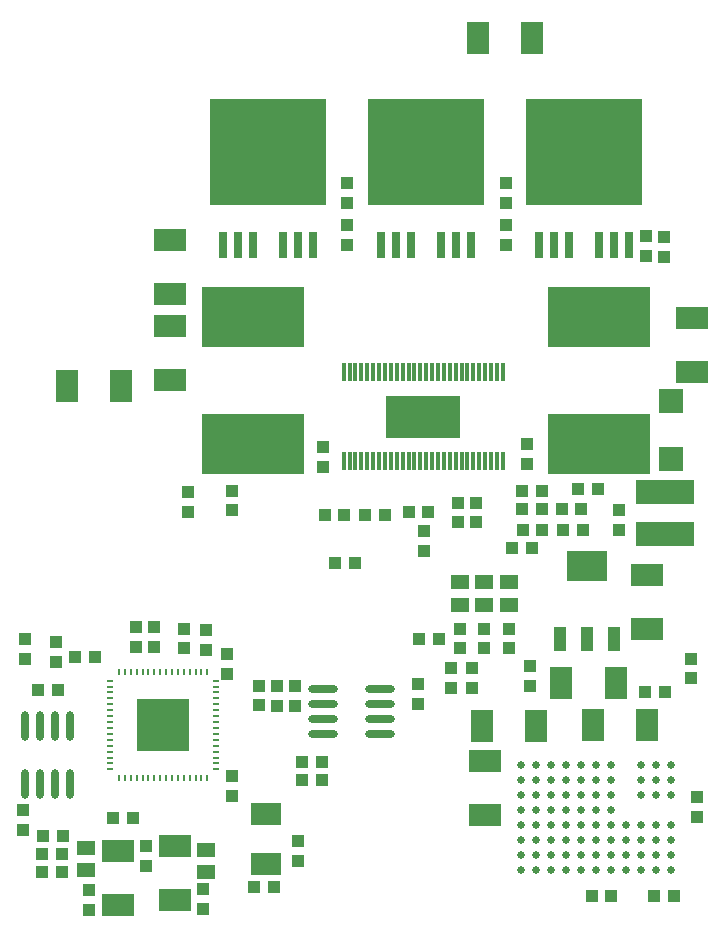
<source format=gbp>
%FSTAX23Y23*%
%MOIN*%
%SFA1B1*%

%IPPOS*%
%ADD10R,0.106300X0.074800*%
%ADD13R,0.074800X0.106300*%
%ADD15R,0.391540X0.354920*%
%ADD16R,0.029530X0.089960*%
%ADD17R,0.039370X0.043310*%
%ADD21R,0.043310X0.039370*%
%ADD24R,0.059050X0.051180*%
%ADD29R,0.039370X0.078740*%
%ADD30R,0.137800X0.098420*%
%ADD31R,0.102360X0.074800*%
%ADD58R,0.078740X0.078740*%
%ADD59R,0.011810X0.061020*%
%ADD61O,0.098420X0.027560*%
%ADD62R,0.196850X0.078740*%
%ADD63R,0.344490X0.204720*%
%ADD64C,0.024800*%
%ADD65O,0.027560X0.098420*%
%ADD66O,0.009840X0.025590*%
%ADD67O,0.025590X0.009840*%
%ADD68R,0.177160X0.177160*%
%ADD115R,0.250000X0.142130*%
%LNninja_ecu_pcb-1*%
%LPD*%
G54D10*
X01585Y00546D03*
Y00365D03*
X00535Y01995D03*
Y01813D03*
X02275Y0184D03*
Y02021D03*
X02125Y00985D03*
Y01166D03*
X0036Y00063D03*
Y00244D03*
X0055Y0008D03*
Y00261D03*
X00535Y021D03*
Y02281D03*
G54D13*
X01945Y00665D03*
X02126D03*
X01755Y0066D03*
X01573D03*
X0202Y00805D03*
X01839D03*
X0019Y01795D03*
X00371D03*
X0156Y02955D03*
X01741D03*
G54D15*
X01387Y02576D03*
X01915D03*
X0086D03*
G54D16*
X01237Y02265D03*
X01287D03*
X01337D03*
X01437D03*
X01487D03*
X01537D03*
X01765D03*
X01815D03*
X01865D03*
X01965D03*
X02015D03*
X02065D03*
X0071D03*
X0076D03*
X0081D03*
X0091D03*
X0096D03*
X0101D03*
G54D17*
X0203Y01313D03*
Y0138D03*
X0227Y00886D03*
Y0082D03*
X0074Y01446D03*
Y0138D03*
X0136Y00733D03*
Y008D03*
X0096Y00212D03*
Y00279D03*
X00265Y00048D03*
Y00115D03*
X00645Y00051D03*
Y00118D03*
X00725Y00901D03*
Y00835D03*
X0074Y00428D03*
Y00495D03*
X00655Y00981D03*
Y00915D03*
X00045Y00315D03*
Y00381D03*
X00155Y00941D03*
Y00875D03*
X0058Y00986D03*
Y0092D03*
X0229Y00358D03*
Y00425D03*
X01665Y00986D03*
Y0092D03*
X0158Y00986D03*
Y0092D03*
X015Y00986D03*
Y0092D03*
X01495Y01406D03*
Y0134D03*
X01735Y00793D03*
Y0086D03*
X0154Y00788D03*
Y00855D03*
X0147Y00788D03*
Y00855D03*
X01555Y01406D03*
Y0134D03*
X01725Y01533D03*
Y016D03*
X0095Y00728D03*
Y00795D03*
X0089Y00728D03*
Y00795D03*
X00455Y00193D03*
Y0026D03*
X0083Y00796D03*
Y0073D03*
X0048Y00925D03*
Y00991D03*
X0042D03*
Y00925D03*
X01125Y02331D03*
Y02265D03*
Y0247D03*
Y02403D03*
X01655Y02331D03*
Y02265D03*
Y02403D03*
Y0247D03*
X0218Y02291D03*
Y02225D03*
X0212Y02228D03*
Y02295D03*
X0138Y0131D03*
Y01243D03*
X00595Y01441D03*
Y01375D03*
X01045Y01523D03*
Y0159D03*
X0005Y0095D03*
Y00883D03*
G54D21*
X01431Y0095D03*
X01365D03*
X02118Y00775D03*
X02185D03*
X0184Y01385D03*
X01906D03*
X01708Y01445D03*
X01775D03*
X01396Y01375D03*
X0133D03*
X01741Y01255D03*
X01675D03*
X01151Y01205D03*
X01085D03*
X00881Y00124D03*
X00815D03*
X00343Y00355D03*
X0041D03*
X02006Y00095D03*
X0194D03*
X02148D03*
X02215D03*
X01183Y01365D03*
X0125D03*
X01775Y01385D03*
X01708D03*
X01911Y01315D03*
X01845D03*
X01776D03*
X0171D03*
X01041Y0048D03*
X00975D03*
X01041Y0054D03*
X00975D03*
X00175Y00175D03*
X00108D03*
Y00235D03*
X00175D03*
X00111Y00294D03*
X00178D03*
X00095Y0078D03*
X00161D03*
X00218Y0089D03*
X00285D03*
X01961Y0145D03*
X01895D03*
X01116Y01365D03*
X0105D03*
G54D24*
X00255Y00256D03*
Y00181D03*
X00655Y00249D03*
Y00175D03*
X01665Y0114D03*
Y01065D03*
X01582Y0114D03*
Y01065D03*
X015Y0114D03*
Y01065D03*
G54D29*
X01833Y0095D03*
X01924D03*
X02015D03*
G54D30*
X01924Y01194D03*
G54D31*
X00855Y002D03*
Y00369D03*
G54D58*
X02205Y01745D03*
Y0155D03*
G54D59*
X01645Y01545D03*
X01625D03*
X01605D03*
X01585D03*
X01566D03*
X01546D03*
X01526D03*
X01507D03*
X01487D03*
X01467D03*
X01448D03*
X01428D03*
X01408D03*
X01389D03*
X01369D03*
X01349D03*
X0133D03*
X0131D03*
X0129D03*
X0127D03*
X01251D03*
X01231D03*
X01211D03*
X01192D03*
X01172D03*
X01152D03*
X01133D03*
X01113D03*
Y0184D03*
X01133Y0184D03*
X01152Y0184D03*
X01172D03*
X01192D03*
X01211D03*
X01231D03*
X01251D03*
X0127D03*
X0129D03*
X0131D03*
X0133D03*
X01349D03*
X01369D03*
X01389D03*
X01408D03*
X01428D03*
X01448D03*
X01467D03*
X01487D03*
X01507D03*
X01526D03*
X01546D03*
X01566D03*
X01585D03*
X01605D03*
X01625D03*
X01645D03*
G54D61*
X01043Y00635D03*
Y00685D03*
Y00735D03*
Y00785D03*
X01236Y00635D03*
Y00685D03*
Y00735D03*
Y00785D03*
G54D62*
X02185Y013D03*
Y0144D03*
G54D63*
X01964Y016D03*
Y02025D03*
X00812Y016D03*
Y02025D03*
G54D64*
X01755Y00181D03*
X01805D03*
X01855D03*
X01905D03*
X01955D03*
X02005D03*
X02055D03*
X02105D03*
X02155D03*
X02205D03*
X01755Y00231D03*
X01805D03*
X01855D03*
X01905D03*
X01955D03*
X02005D03*
X02055D03*
X02105D03*
X02155D03*
X02205D03*
X01755Y00281D03*
X01805D03*
X01855D03*
X01905D03*
X01955D03*
X02005D03*
X02055D03*
X02105D03*
X02155D03*
X02205D03*
X01755Y00331D03*
X01805D03*
X01855D03*
X01905D03*
X01955D03*
X02005D03*
X02055D03*
X02105D03*
X02155D03*
X02205D03*
X01705Y00381D03*
X01755D03*
X01805D03*
X01855D03*
X01905D03*
X01955D03*
X02005D03*
X01705Y00431D03*
X01755D03*
X01805D03*
X01855D03*
X01905D03*
X01955D03*
X02005D03*
X02105D03*
X02155D03*
X02205D03*
X01705Y00481D03*
X01755D03*
X01805D03*
X01855D03*
X01905D03*
X01955D03*
X02005D03*
X02105D03*
X02155D03*
X02205D03*
Y00531D03*
X02155D03*
X02105D03*
X02005D03*
X01955D03*
X01905D03*
X01855D03*
X01805D03*
X01755D03*
X01705D03*
Y00181D03*
Y00231D03*
Y00281D03*
Y00331D03*
G54D65*
X002Y00468D03*
X0015D03*
X001D03*
X0005D03*
X002Y00661D03*
X0015D03*
X001D03*
X0005D03*
G54D66*
X00659Y00488D03*
X00639D03*
X0062D03*
X006D03*
X0058D03*
X00561D03*
X00541D03*
X00521D03*
X00502D03*
X00482D03*
X00462D03*
X00443D03*
X00423D03*
X00403D03*
X00384D03*
X00364D03*
Y00841D03*
X00384D03*
X00403D03*
X00423D03*
X00443D03*
X00462D03*
X00482D03*
X00502D03*
X00521D03*
X00541D03*
X00561D03*
X0058D03*
X006D03*
X0062D03*
X00639D03*
X00659D03*
G54D67*
X00335Y00517D03*
Y00537D03*
Y00556D03*
Y00576D03*
Y00596D03*
Y00615D03*
Y00635D03*
Y00655D03*
Y00674D03*
Y00694D03*
Y00714D03*
Y00733D03*
Y00753D03*
Y00773D03*
Y00792D03*
Y00812D03*
X00688D03*
Y00792D03*
Y00773D03*
Y00753D03*
Y00733D03*
Y00714D03*
Y00694D03*
Y00674D03*
Y00655D03*
Y00635D03*
Y00615D03*
Y00596D03*
Y00576D03*
Y00556D03*
Y00537D03*
Y00517D03*
G54D68*
X00512Y00665D03*
G54D115*
X01379Y01692D03*
M02*
</source>
